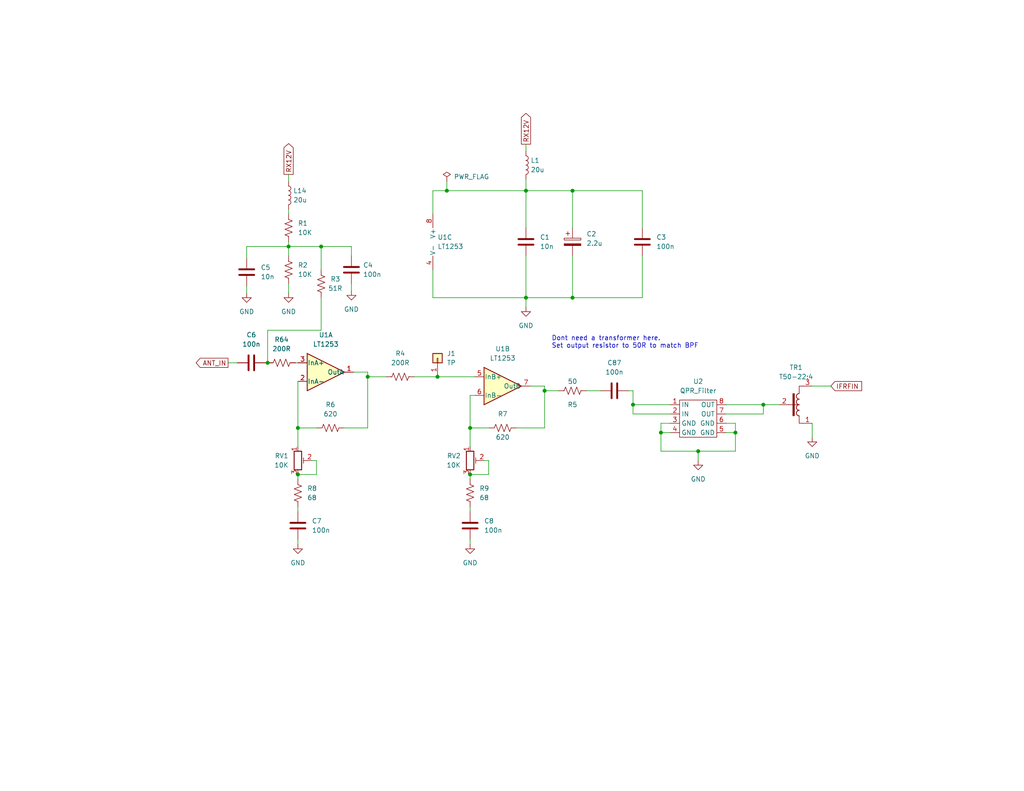
<source format=kicad_sch>
(kicad_sch (version 20211123) (generator eeschema)
  (paper "A")
  (title_block (title "Phoenix 612: RF AMP") (date "2022-08-31") (rev "0.1a") (company "DATER (Dave Peter)"))
  (lib_symbols
    (symbol "Connector_Generic:Conn_01x01" (pin_names (offset 1.016) hide)
      (property "Reference" "J" (at 0 2.54 0))
      (property "Value" "Conn_01x01" (at 0 -2.54 0))
      (symbol "Conn_01x01_1_1"
        (rectangle (start -1.27 0.127) (end 0 -0.127) (stroke (width 0.1524)))
        (rectangle (start -1.27 1.27) (end 1.27 -1.27) (stroke (width 0.254)) (fill (type background)))
        (pin passive line (at -5.08 0 0) (length 3.81) (name "Pin_1") (number "1"))
      )
    )
    (symbol "Custom_RF:LT1253" (pin_names (offset 0.127))
      (property "Reference" "U" (at 2.54 6.35 0))
      (property "Value" "LT1253" (at 1.27 -6.35 0))
      (symbol "LT1253_1_1"
        (polyline (pts (xy -5.08 5.08) (xy 5.08 0) (xy -5.08 -5.08) (xy -5.08 5.08)) (stroke (width 0.254)) (fill (type background)))
        (pin output line (at 7.62 0 180) (length 2.54) (name "OutA") (number "1"))
        (pin input line (at -7.62 -2.54 0) (length 2.54) (name "InA-") (number "2"))
        (pin input line (at -7.62 2.54 0) (length 2.54) (name "InA+") (number "3"))
      )
      (symbol "LT1253_2_1"
        (polyline (pts (xy -5.08 5.08) (xy 5.08 0) (xy -5.08 -5.08) (xy -5.08 5.08)) (stroke (width 0.254)) (fill (type background)))
        (pin input line (at -7.62 2.54 0) (length 2.54) (name "InB+") (number "5"))
        (pin input line (at -7.62 -2.54 0) (length 2.54) (name "InB-") (number "6"))
        (pin output line (at 7.62 0 180) (length 2.54) (name "OutB") (number "7"))
      )
      (symbol "LT1253_3_1"
        (pin power_in line (at -2.54 -7.62 90) (length 3.81) (name "V-") (number "4"))
        (pin power_in line (at -2.54 7.62 270) (length 3.81) (name "V+") (number "8"))
      )
    )
    (symbol "Custom_RF:QPR_Filter"
      (property "Reference" "U" (at 0 7.62 0))
      (property "Value" "QPR_Filter" (at 0 -7.62 0))
      (symbol "QPR_Filter_0_1"
        (rectangle (start -5.08 5.08) (end 5.08 -5.08))
      )
      (symbol "QPR_Filter_1_1"
        (pin bidirectional line (at -7.62 3.81 0) (length 2.54) (name "IN") (number "1"))
        (pin bidirectional line (at -7.62 1.27 0) (length 2.54) (name "IN") (number "2"))
        (pin power_in line (at -7.62 -1.27 0) (length 2.54) (name "GND") (number "3"))
        (pin power_in line (at -7.62 -3.81 0) (length 2.54) (name "GND") (number "4"))
        (pin power_in line (at 7.62 -3.81 180) (length 2.54) (name "GND") (number "5"))
        (pin power_in line (at 7.62 -1.27 180) (length 2.54) (name "GND") (number "6"))
        (pin bidirectional line (at 7.62 1.27 180) (length 2.54) (name "OUT") (number "7"))
        (pin bidirectional line (at 7.62 3.81 180) (length 2.54) (name "OUT") (number "8"))
      )
    )
    (symbol "Custom_RF:T50 " (pin_names (offset 0))
      (property "Reference" "TR" (at 0 6.35 0))
      (property "Value" "T50 " (at 0 -6.35 0))
      (symbol "T50 _0_1"
        (arc (start -1.524 -3.048) (mid -0.762 -2.286) (end -1.524 -1.524) (stroke (width 0.2032)))
        (arc (start -1.524 -1.524) (mid -0.762 -0.762) (end -1.524 0) (stroke (width 0.2032)))
        (arc (start -1.524 0) (mid -0.762 0.762) (end -1.524 1.524) (stroke (width 0.2032)))
        (arc (start -1.524 1.524) (mid -0.762 2.286) (end -1.524 3.048) (stroke (width 0.2032)))
        (rectangle (start -0.254 3.048) (end 0.254 -3.048) (stroke (width 0.0254)) (fill (type outline)))
        (polyline (pts (xy -1.524 0) (xy 1.27 0) (xy -1.27 0)) (fill (type outline)))
        (polyline (pts (xy -2.54 5.08) (xy -1.524 5.08) (xy -1.524 3.048) (xy -1.524 3.048)) (stroke (width 0.1524)))
        (polyline (pts (xy -1.524 -3.048) (xy -1.524 -5.08) (xy -2.54 -5.08) (xy -2.54 -5.08)) (stroke (width 0.1524)))
      )
      (symbol "T50 _1_1"
        (pin passive line (at -5.08 5.08 0) (length 2.54) (name "~") (number "1"))
        (pin passive line (at 3.81 0 180) (length 2.54) (name "~") (number "2"))
        (pin passive line (at -5.08 -5.08 0) (length 2.54) (name "~") (number "3"))
      )
    )
    (symbol "Device:C" (pin_numbers hide) (pin_names (offset 0.254))
      (property "Reference" "C" (at 0.635 2.54 0))
      (property "Value" "C" (at 0.635 -2.54 0))
      (symbol "C_0_1"
        (polyline (pts (xy -2.032 -0.762) (xy 2.032 -0.762)) (stroke (width 0.508)))
        (polyline (pts (xy -2.032 0.762) (xy 2.032 0.762)) (stroke (width 0.508)))
      )
      (symbol "C_1_1"
        (pin passive line (at 0 3.81 270) (length 2.794) (name "~") (number "1"))
        (pin passive line (at 0 -3.81 90) (length 2.794) (name "~") (number "2"))
      )
    )
    (symbol "Device:C_Polarized" (pin_numbers hide) (pin_names (offset 0.254))
      (property "Reference" "C" (at 0.635 2.54 0))
      (property "Value" "C_Polarized" (at 0.635 -2.54 0))
      (symbol "C_Polarized_0_1"
        (rectangle (start -2.286 0.508) (end 2.286 1.016))
        (polyline (pts (xy -1.778 2.286) (xy -0.762 2.286)))
        (polyline (pts (xy -1.27 2.794) (xy -1.27 1.778)))
        (rectangle (start 2.286 -0.508) (end -2.286 -1.016) (fill (type outline)))
      )
      (symbol "C_Polarized_1_1"
        (pin passive line (at 0 3.81 270) (length 2.794) (name "~") (number "1"))
        (pin passive line (at 0 -3.81 90) (length 2.794) (name "~") (number "2"))
      )
    )
    (symbol "Device:L" (pin_numbers hide) (pin_names (offset 1.016) hide)
      (property "Reference" "L" (at -1.27 0 90))
      (property "Value" "L" (at 1.905 0 90))
      (symbol "L_0_1"
        (arc (start 0 -2.54) (mid 0.635 -1.905) (end 0 -1.27))
        (arc (start 0 -1.27) (mid 0.635 -0.635) (end 0 0))
        (arc (start 0 0) (mid 0.635 0.635) (end 0 1.27))
        (arc (start 0 1.27) (mid 0.635 1.905) (end 0 2.54))
      )
      (symbol "L_1_1"
        (pin passive line (at 0 3.81 270) (length 1.27) (name "1") (number "1"))
        (pin passive line (at 0 -3.81 90) (length 1.27) (name "2") (number "2"))
      )
    )
    (symbol "Device:R_Potentiometer_Trim" (pin_names (offset 1.016) hide)
      (property "Reference" "RV" (at -4.445 0 90))
      (property "Value" "R_Potentiometer_Trim" (at -2.54 0 90))
      (symbol "R_Potentiometer_Trim_0_1"
        (polyline (pts (xy 1.524 0.762) (xy 1.524 -0.762)))
        (polyline (pts (xy 2.54 0) (xy 1.524 0)))
        (rectangle (start 1.016 2.54) (end -1.016 -2.54) (stroke (width 0.254)))
      )
      (symbol "R_Potentiometer_Trim_1_1"
        (pin passive line (at 0 3.81 270) (length 1.27) (name "1") (number "1"))
        (pin passive line (at 3.81 0 180) (length 1.27) (name "2") (number "2"))
        (pin passive line (at 0 -3.81 90) (length 1.27) (name "3") (number "3"))
      )
    )
    (symbol "Device:R_US" (pin_numbers hide) (pin_names (offset 0))
      (property "Reference" "R" (at 2.54 0 90))
      (property "Value" "R_US" (at -2.54 0 90))
      (symbol "R_US_0_1"
        (polyline (pts (xy 0 -2.286) (xy 0 -2.54)))
        (polyline (pts (xy 0 2.286) (xy 0 2.54)))
        (polyline (pts (xy 0 -0.762) (xy 1.016 -1.143) (xy 0 -1.524) (xy -1.016 -1.905) (xy 0 -2.286)))
        (polyline (pts (xy 0 0.762) (xy 1.016 0.381) (xy 0 0) (xy -1.016 -0.381) (xy 0 -0.762)))
        (polyline (pts (xy 0 2.286) (xy 1.016 1.905) (xy 0 1.524) (xy -1.016 1.143) (xy 0 0.762)))
      )
      (symbol "R_US_1_1"
        (pin passive line (at 0 3.81 270) (length 1.27) (name "~") (number "1"))
        (pin passive line (at 0 -3.81 90) (length 1.27) (name "~") (number "2"))
      )
    )
    (symbol "power:GND" (power) (pin_names (offset 0))
      (property "Value" "GND" (at 0 -3.81 0))
      (symbol "GND_0_1"
        (polyline (pts (xy 0 0) (xy 0 -1.27) (xy 1.27 -1.27) (xy 0 -2.54) (xy -1.27 -1.27) (xy 0 -1.27)))
      )
      (symbol "GND_1_1"
        (pin power_in line (at 0 0 270) (length 0) hide (name "GND") (number "1"))
      )
    )
    (symbol "power:PWR_FLAG" (power) (pin_numbers hide) (pin_names (offset 0) hide)
      (property "Value" "PWR_FLAG" (at 0 3.81 0))
      (symbol "PWR_FLAG_0_0"
        (pin power_out line (at 0 0 90) (length 0) (name "pwr") (number "1"))
      )
      (symbol "PWR_FLAG_0_1"
        (polyline (pts (xy 0 0) (xy 0 1.27) (xy -1.016 1.905) (xy 0 2.54) (xy 1.016 1.905) (xy 0 1.27)))
      )
    )
  )
  (junction (at 143.51 81.28))
  (junction (at 156.21 81.28))
  (junction (at 190.5 123.19))
  (junction (at 172.72 110.49))
  (junction (at 128.27 116.84))
  (junction (at 81.28 116.84))
  (junction (at 156.21 52.07))
  (junction (at 143.51 52.07))
  (junction (at 121.92 52.07))
  (junction (at 81.28 129.54))
  (junction (at 119.38 102.87))
  (junction (at 78.74 67.31))
  (junction (at 87.63 67.31))
  (junction (at 128.27 129.54))
  (junction (at 180.34 118.11))
  (junction (at 148.59 106.68))
  (junction (at 100.33 102.87))
  (junction (at 73.025 99.06))
  (junction (at 200.66 118.11))
  (junction (at 208.28 110.49))
  (wire (pts (xy 172.72 113.03) (xy 182.88 113.03)))
  (wire (pts (xy 118.11 81.28) (xy 143.51 81.28)))
  (wire (pts (xy 128.27 116.84) (xy 128.27 121.92)))
  (wire (pts (xy 198.12 113.03) (xy 208.28 113.03)))
  (wire (pts (xy 121.92 49.53) (xy 121.92 52.07)))
  (wire (pts (xy 226.695 105.41) (xy 221.615 105.41)))
  (wire (pts (xy 95.885 67.31) (xy 95.885 69.85)))
  (wire (pts (xy 156.21 69.85) (xy 156.21 81.28)))
  (wire (pts (xy 128.27 138.43) (xy 128.27 139.7)))
  (wire (pts (xy 129.54 107.95) (xy 128.27 107.95)))
  (wire (pts (xy 78.74 77.47) (xy 78.74 80.01)))
  (wire (pts (xy 93.98 116.84) (xy 100.33 116.84)))
  (wire (pts (xy 208.28 110.49) (xy 208.28 113.03)))
  (wire (pts (xy 96.52 101.6) (xy 100.33 101.6)))
  (wire (pts (xy 156.21 81.28) (xy 175.26 81.28)))
  (wire (pts (xy 143.51 39.37) (xy 143.51 41.275)))
  (wire (pts (xy 95.885 79.375) (xy 95.885 77.47)))
  (wire (pts (xy 86.36 125.73) (xy 86.36 129.54)))
  (wire (pts (xy 119.38 102.87) (xy 129.54 102.87)))
  (wire (pts (xy 78.74 66.04) (xy 78.74 67.31)))
  (wire (pts (xy 143.51 52.07) (xy 156.21 52.07)))
  (wire (pts (xy 143.51 48.895) (xy 143.51 52.07)))
  (wire (pts (xy 80.645 99.06) (xy 81.28 99.06)))
  (wire (pts (xy 198.12 118.11) (xy 200.66 118.11)))
  (wire (pts (xy 198.12 115.57) (xy 200.66 115.57)))
  (wire (pts (xy 81.28 138.43) (xy 81.28 139.7)))
  (wire (pts (xy 172.72 113.03) (xy 172.72 110.49)))
  (wire (pts (xy 87.63 90.17) (xy 73.025 90.17)))
  (wire (pts (xy 78.74 67.31) (xy 87.63 67.31)))
  (wire (pts (xy 128.27 147.32) (xy 128.27 148.59)))
  (wire (pts (xy 78.74 57.15) (xy 78.74 58.42)))
  (wire (pts (xy 143.51 69.85) (xy 143.51 81.28)))
  (wire (pts (xy 221.615 119.38) (xy 221.615 115.57)))
  (wire (pts (xy 78.74 47.625) (xy 78.74 49.53)))
  (wire (pts (xy 143.51 81.28) (xy 156.21 81.28)))
  (wire (pts (xy 121.92 52.07) (xy 118.11 52.07)))
  (wire (pts (xy 200.66 115.57) (xy 200.66 118.11)))
  (wire (pts (xy 175.26 52.07) (xy 175.26 62.23)))
  (wire (pts (xy 148.59 106.68) (xy 152.4 106.68)))
  (wire (pts (xy 144.78 105.41) (xy 148.59 105.41)))
  (wire (pts (xy 143.51 81.28) (xy 143.51 83.82)))
  (wire (pts (xy 87.63 81.28) (xy 87.63 90.17)))
  (wire (pts (xy 100.33 102.87) (xy 100.33 116.84)))
  (wire (pts (xy 143.51 52.07) (xy 121.92 52.07)))
  (wire (pts (xy 118.11 73.66) (xy 118.11 81.28)))
  (wire (pts (xy 190.5 123.19) (xy 200.66 123.19)))
  (wire (pts (xy 95.885 67.31) (xy 87.63 67.31)))
  (wire (pts (xy 180.34 118.11) (xy 182.88 118.11)))
  (wire (pts (xy 132.08 125.73) (xy 133.35 125.73)))
  (wire (pts (xy 180.34 115.57) (xy 180.34 118.11)))
  (wire (pts (xy 78.74 67.31) (xy 78.74 69.85)))
  (wire (pts (xy 128.27 129.54) (xy 133.35 129.54)))
  (wire (pts (xy 85.09 125.73) (xy 86.36 125.73)))
  (wire (pts (xy 140.97 116.84) (xy 148.59 116.84)))
  (wire (pts (xy 78.74 67.31) (xy 67.31 67.31)))
  (wire (pts (xy 175.26 81.28) (xy 175.26 69.85)))
  (wire (pts (xy 100.33 102.87) (xy 105.41 102.87)))
  (wire (pts (xy 148.59 106.68) (xy 148.59 116.84)))
  (wire (pts (xy 143.51 52.07) (xy 143.51 62.23)))
  (wire (pts (xy 81.28 147.32) (xy 81.28 148.59)))
  (wire (pts (xy 180.34 118.11) (xy 180.34 123.19)))
  (wire (pts (xy 62.23 99.06) (xy 64.77 99.06)))
  (wire (pts (xy 128.27 116.84) (xy 133.35 116.84)))
  (wire (pts (xy 81.28 129.54) (xy 86.36 129.54)))
  (wire (pts (xy 81.28 104.14) (xy 81.28 116.84)))
  (wire (pts (xy 156.21 52.07) (xy 156.21 62.23)))
  (wire (pts (xy 128.27 129.54) (xy 128.27 130.81)))
  (wire (pts (xy 81.28 116.84) (xy 81.28 121.92)))
  (wire (pts (xy 100.33 101.6) (xy 100.33 102.87)))
  (wire (pts (xy 72.39 99.06) (xy 73.025 99.06)))
  (wire (pts (xy 148.59 105.41) (xy 148.59 106.68)))
  (wire (pts (xy 190.5 123.19) (xy 190.5 125.73)))
  (wire (pts (xy 171.45 106.68) (xy 172.72 106.68)))
  (wire (pts (xy 81.28 129.54) (xy 81.28 130.81)))
  (wire (pts (xy 182.88 115.57) (xy 180.34 115.57)))
  (wire (pts (xy 128.27 107.95) (xy 128.27 116.84)))
  (wire (pts (xy 67.31 67.31) (xy 67.31 70.485)))
  (wire (pts (xy 113.03 102.87) (xy 119.38 102.87)))
  (wire (pts (xy 172.72 106.68) (xy 172.72 110.49)))
  (wire (pts (xy 180.34 123.19) (xy 190.5 123.19)))
  (wire (pts (xy 67.31 80.01) (xy 67.31 78.105)))
  (wire (pts (xy 87.63 67.31) (xy 87.63 73.66)))
  (wire (pts (xy 198.12 110.49) (xy 208.28 110.49)))
  (wire (pts (xy 73.025 90.17) (xy 73.025 99.06)))
  (wire (pts (xy 133.35 125.73) (xy 133.35 129.54)))
  (wire (pts (xy 172.72 110.49) (xy 182.88 110.49)))
  (wire (pts (xy 200.66 123.19) (xy 200.66 118.11)))
  (wire (pts (xy 118.11 52.07) (xy 118.11 58.42)))
  (wire (pts (xy 160.02 106.68) (xy 163.83 106.68)))
  (wire (pts (xy 81.28 116.84) (xy 86.36 116.84)))
  (wire (pts (xy 156.21 52.07) (xy 175.26 52.07)))
  (wire (pts (xy 208.28 110.49) (xy 212.725 110.49)))
  (text "Dont need a transformer here.  \nSet output resistor to 50R to match BPF" (at 150.495 95.25 0) (effects (font (size 1.27 1.27)) (justify left bottom)))
  (global_label "IFRFIN" (shape input) (at 226.695 105.41 0) (property "Intersheet References" "${INTERSHEET_REFS}" (effects hide)))
  (global_label "RX12V" (shape output) (at 143.51 39.37 90) (property "Intersheet References" "${INTERSHEET_REFS}" (effects hide)))
  (global_label "RX12V" (shape output) (at 78.74 47.625 90) (property "Intersheet References" "${INTERSHEET_REFS}" (effects hide)))
  (global_label "ANT_IN" (shape output) (at 62.23 99.06 180) (property "Intersheet References" "${INTERSHEET_REFS}" (effects hide)))
  (symbol (lib_id "Device:C") (at 95.885 73.66 0) (unit 1)
    (property "Reference" "C4" (at 99.06 72.3899 0) (effects (justify left)))
    (property "Value" "100n" (at 99.06 74.9299 0) (effects (justify left)))
    (property "Footprint" "Capacitor_SMD:C_1206_3216Metric" (effects hide))
  )
  (symbol (lib_id "Device:C") (at 143.51 66.04 0) (unit 1)
    (property "Reference" "C1" (at 147.32 64.7699 0) (effects (justify left)))
    (property "Value" "10n" (at 147.32 67.3099 0) (effects (justify left)))
    (property "Footprint" "Capacitor_SMD:C_1206_3216Metric" (effects hide))
  )
  (symbol (lib_id "power:GND") (at 190.5 125.73 0) (unit 1)
    (property "Reference" "#PWR05" (effects hide))
    (property "Value" "GND" (at 190.5 130.81 0))
  )
  (symbol (lib_id "Device:R_US") (at 87.63 77.47 180) (unit 1)
    (property "Reference" "R3" (at 90.17 76.2 0) (effects (justify right)))
    (property "Value" "51R" (at 89.535 78.74 0) (effects (justify right)))
    (property "Footprint" "Resistor_SMD:R_1206_3216Metric" (effects hide))
  )
  (symbol (lib_id "Custom_RF:LT1253") (at 120.65 66.04 0) (unit 3)
    (property "Reference" "U1" (at 119.38 64.7699 0) (effects (justify left)))
    (property "Value" "LT1253" (at 119.38 67.3099 0) (effects (justify left)))
    (property "Footprint" "Package_DIP:DIP-8_W7.62mm" (effects hide))
    (property "Datasheet" "https://www.analog.com/media/en/technical-documentation/data-sheets/lt1253.pdf" (effects hide))
  )
  (symbol (lib_id "Device:C") (at 175.26 66.04 0) (unit 1)
    (property "Reference" "C3" (at 179.07 64.7699 0) (effects (justify left)))
    (property "Value" "100n" (at 179.07 67.3099 0) (effects (justify left)))
    (property "Footprint" "Capacitor_SMD:C_1206_3216Metric" (effects hide))
  )
  (symbol (lib_id "power:GND") (at 128.27 148.59 0) (unit 1)
    (property "Reference" "#PWR07" (effects hide))
    (property "Value" "GND" (at 128.27 153.67 0))
  )
  (symbol (lib_id "power:GND") (at 81.28 148.59 0) (unit 1)
    (property "Reference" "#PWR06" (effects hide))
    (property "Value" "GND" (at 81.28 153.67 0))
  )
  (symbol (lib_id "Device:R_US") (at 90.17 116.84 90) (unit 1)
    (property "Reference" "R6" (at 90.17 110.49 90))
    (property "Value" "620" (at 90.17 113.03 90))
    (property "Footprint" "Resistor_SMD:R_1206_3216Metric" (effects hide))
  )
  (symbol (lib_id "Device:R_US") (at 128.27 134.62 0) (unit 1)
    (property "Reference" "R9" (at 130.81 133.3499 0) (effects (justify left)))
    (property "Value" "68" (at 130.81 135.8899 0) (effects (justify left)))
    (property "Footprint" "Resistor_SMD:R_1206_3216Metric" (effects hide))
  )
  (symbol (lib_id "Device:R_US") (at 156.21 106.68 90) (unit 1)
    (property "Reference" "R5" (at 156.21 110.49 90))
    (property "Value" "50" (at 156.21 104.14 90))
    (property "Footprint" "Resistor_SMD:R_1206_3216Metric" (effects hide))
  )
  (symbol (lib_id "Device:R_US") (at 76.835 99.06 90) (unit 1)
    (property "Reference" "R64" (at 76.835 92.71 90))
    (property "Value" "200R" (at 76.835 95.25 90))
    (property "Footprint" "Resistor_SMD:R_1206_3216Metric" (effects hide))
  )
  (symbol (lib_id "Custom_RF:QPR_Filter") (at 190.5 114.3 0) (unit 1)
    (property "Reference" "U2" (at 190.5 104.14 0))
    (property "Value" "QPR_Filter" (at 190.5 106.68 0))
    (property "Footprint" "Custom_RF:QRPLabs_Filter_TH" (effects hide))
    (property "Datasheet" "https://www.qrp-labs.com/lpfkit.html" (effects hide))
  )
  (symbol (lib_id "Custom_RF:LT1253") (at 137.16 105.41 0) (unit 2)
    (property "Reference" "U1" (at 137.16 95.25 0))
    (property "Value" "LT1253" (at 137.16 97.79 0))
    (property "Footprint" "Package_DIP:DIP-8_W7.62mm" (effects hide))
    (property "Datasheet" "https://www.analog.com/media/en/technical-documentation/data-sheets/lt1253.pdf" (effects hide))
  )
  (symbol (lib_id "Device:C") (at 128.27 143.51 0) (unit 1)
    (property "Reference" "C8" (at 132.08 142.2399 0) (effects (justify left)))
    (property "Value" "100n" (at 132.08 144.7799 0) (effects (justify left)))
    (property "Footprint" "Capacitor_SMD:C_1206_3216Metric" (effects hide))
  )
  (symbol (lib_id "power:PWR_FLAG") (at 121.92 49.53 0) (unit 1)
    (property "Reference" "#FLG01" (effects hide))
    (property "Value" "PWR_FLAG" (at 123.825 48.2599 0) (effects (justify left)))
  )
  (symbol (lib_id "Device:L") (at 78.74 53.34 0) (unit 1)
    (property "Reference" "L14" (at 80.01 52.0699 0) (effects (justify left)))
    (property "Value" "20u" (at 80.01 54.6099 0) (effects (justify left)))
    (property "Footprint" "Inductor_SMD:L_1206_3216Metric" (effects hide))
  )
  (symbol (lib_id "Device:R_Potentiometer_Trim") (at 128.27 125.73 0) (unit 1)
    (property "Reference" "RV2" (at 125.73 124.4599 0) (effects (justify right)))
    (property "Value" "10K" (at 125.73 126.9999 0) (effects (justify right)))
    (property "Footprint" "Potentiometer_THT:Potentiometer_Bourns_3296W_Vertical" (effects hide))
  )
  (symbol (lib_id "Connector_Generic:Conn_01x01") (at 119.38 97.79 90) (unit 1)
    (property "Reference" "J1" (at 121.92 96.5199 90) (effects (justify right)))
    (property "Value" "TP" (at 121.92 99.0599 90) (effects (justify right)))
    (property "Footprint" "Connector_PinHeader_1.00mm:PinHeader_1x01_P1.00mm_Vertical" (effects hide))
  )
  (symbol (lib_id "Device:R_US") (at 78.74 73.66 0) (unit 1)
    (property "Reference" "R2" (at 81.28 72.3899 0) (effects (justify left)))
    (property "Value" "10K" (at 81.28 74.9299 0) (effects (justify left)))
    (property "Footprint" "Resistor_SMD:R_1206_3216Metric" (effects hide))
  )
  (symbol (lib_id "Device:C") (at 167.64 106.68 90) (unit 1)
    (property "Reference" "C87" (at 167.64 99.06 90))
    (property "Value" "100n" (at 167.64 101.6 90))
    (property "Footprint" "Capacitor_SMD:C_1206_3216Metric" (effects hide))
  )
  (symbol (lib_id "power:GND") (at 78.74 80.01 0) (unit 1)
    (property "Reference" "#PWR03" (effects hide))
    (property "Value" "GND" (at 78.74 85.09 0))
  )
  (symbol (lib_id "power:GND") (at 143.51 83.82 0) (unit 1)
    (property "Reference" "#PWR04" (effects hide))
    (property "Value" "GND" (at 143.51 88.9 0))
  )
  (symbol (lib_id "Device:C") (at 81.28 143.51 0) (unit 1)
    (property "Reference" "C7" (at 85.09 142.2399 0) (effects (justify left)))
    (property "Value" "100n" (at 85.09 144.7799 0) (effects (justify left)))
    (property "Footprint" "Capacitor_SMD:C_1206_3216Metric" (effects hide))
  )
  (symbol (lib_id "power:GND") (at 67.31 80.01 0) (unit 1)
    (property "Reference" "#PWR02" (effects hide))
    (property "Value" "GND" (at 67.31 85.09 0))
  )
  (symbol (lib_id "Device:R_US") (at 78.74 62.23 0) (unit 1)
    (property "Reference" "R1" (at 81.28 60.9599 0) (effects (justify left)))
    (property "Value" "10K" (at 81.28 63.4999 0) (effects (justify left)))
    (property "Footprint" "Resistor_SMD:R_1206_3216Metric" (effects hide))
  )
  (symbol (lib_id "Device:R_US") (at 81.28 134.62 0) (unit 1)
    (property "Reference" "R8" (at 83.82 133.3499 0) (effects (justify left)))
    (property "Value" "68" (at 83.82 135.8899 0) (effects (justify left)))
    (property "Footprint" "Resistor_SMD:R_1206_3216Metric" (effects hide))
  )
  (symbol (lib_id "Device:L") (at 143.51 45.085 0) (unit 1)
    (property "Reference" "L1" (at 144.78 43.8149 0) (effects (justify left)))
    (property "Value" "20u" (at 144.78 46.3549 0) (effects (justify left)))
    (property "Footprint" "Inductor_SMD:L_1206_3216Metric" (effects hide))
  )
  (symbol (lib_id "Device:R_Potentiometer_Trim") (at 81.28 125.73 0) (unit 1)
    (property "Reference" "RV1" (at 78.74 124.4599 0) (effects (justify right)))
    (property "Value" "10K" (at 78.74 126.9999 0) (effects (justify right)))
    (property "Footprint" "Potentiometer_THT:Potentiometer_Bourns_3296W_Vertical" (effects hide))
  )
  (symbol (lib_id "Device:C") (at 68.58 99.06 90) (unit 1)
    (property "Reference" "C6" (at 68.58 91.44 90))
    (property "Value" "100n" (at 68.58 93.98 90))
    (property "Footprint" "Capacitor_SMD:C_1206_3216Metric" (effects hide))
  )
  (symbol (lib_id "Device:R_US") (at 137.16 116.84 270) (unit 1)
    (property "Reference" "R7" (at 137.16 113.03 90))
    (property "Value" "620" (at 137.16 119.38 90))
    (property "Footprint" "Resistor_SMD:R_1206_3216Metric" (effects hide))
  )
  (symbol (lib_id "Device:R_US") (at 109.22 102.87 90) (unit 1)
    (property "Reference" "R4" (at 109.22 96.52 90))
    (property "Value" "200R" (at 109.22 99.06 90))
    (property "Footprint" "Resistor_SMD:R_1206_3216Metric" (effects hide))
  )
  (symbol (lib_id "power:GND") (at 95.885 79.375 0) (unit 1)
    (property "Reference" "#PWR01" (effects hide))
    (property "Value" "GND" (at 95.885 84.455 0))
  )
  (symbol (lib_id "power:GND") (at 221.615 119.38 0) (unit 1)
    (property "Reference" "#PWR084" (effects hide))
    (property "Value" "GND" (at 221.615 124.46 0))
  )
  (symbol (lib_id "Device:C") (at 67.31 74.295 0) (unit 1)
    (property "Reference" "C5" (at 71.12 73.0249 0) (effects (justify left)))
    (property "Value" "10n" (at 71.12 75.5649 0) (effects (justify left)))
    (property "Footprint" "Capacitor_SMD:C_1206_3216Metric" (effects hide))
  )
  (symbol (lib_id "Custom_RF:T50 ") (at 216.535 110.49 180) (unit 1)
    (property "Reference" "TR1" (at 217.2081 100.33 0))
    (property "Value" "T50-22:4" (at 217.2081 102.87 0))
    (property "Footprint" "Custom_RF:T50-1Tap-Close" (effects hide))
  )
  (symbol (lib_id "Custom_RF:LT1253") (at 88.9 101.6 0) (unit 1)
    (property "Reference" "U1" (at 88.9 91.44 0))
    (property "Value" "LT1253" (at 88.9 93.98 0))
    (property "Footprint" "Package_DIP:DIP-8_W7.62mm" (effects hide))
    (property "Datasheet" "https://www.analog.com/media/en/technical-documentation/data-sheets/lt1253.pdf" (effects hide))
  )
  (symbol (lib_id "Device:C_Polarized") (at 156.21 66.04 0) (unit 1)
    (property "Reference" "C2" (at 160.02 63.8809 0) (effects (justify left)))
    (property "Value" "2.2u" (at 160.02 66.4209 0) (effects (justify left)))
    (property "Footprint" "Capacitor_THT:CP_Radial_D8.0mm_P2.50mm" (effects hide))
  )
)
</source>
